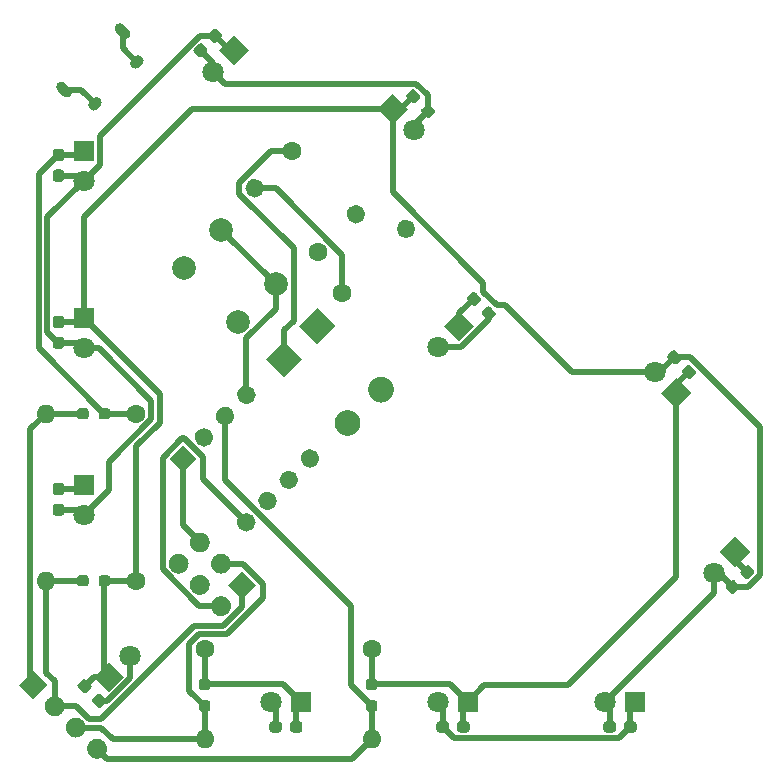
<source format=gtl>
G04 #@! TF.GenerationSoftware,KiCad,Pcbnew,5.1.7-a382d34a88~90~ubuntu20.04.1*
G04 #@! TF.CreationDate,2022-01-21T18:01:13-05:00*
G04 #@! TF.ProjectId,cr2022012001-12-leds-board,63723230-3232-4303-9132-3030312d3132,rev?*
G04 #@! TF.SameCoordinates,Original*
G04 #@! TF.FileFunction,Copper,L1,Top*
G04 #@! TF.FilePolarity,Positive*
%FSLAX46Y46*%
G04 Gerber Fmt 4.6, Leading zero omitted, Abs format (unit mm)*
G04 Created by KiCad (PCBNEW 5.1.7-a382d34a88~90~ubuntu20.04.1) date 2022-01-21 18:01:13*
%MOMM*%
%LPD*%
G01*
G04 APERTURE LIST*
G04 #@! TA.AperFunction,ComponentPad*
%ADD10C,0.100000*%
G04 #@! TD*
G04 #@! TA.AperFunction,ComponentPad*
%ADD11C,2.000000*%
G04 #@! TD*
G04 #@! TA.AperFunction,ComponentPad*
%ADD12C,1.600000*%
G04 #@! TD*
G04 #@! TA.AperFunction,ComponentPad*
%ADD13O,1.600000X1.600000*%
G04 #@! TD*
G04 #@! TA.AperFunction,ComponentPad*
%ADD14C,1.800000*%
G04 #@! TD*
G04 #@! TA.AperFunction,ComponentPad*
%ADD15R,1.800000X1.800000*%
G04 #@! TD*
G04 #@! TA.AperFunction,Conductor*
%ADD16C,0.508000*%
G04 #@! TD*
G04 APERTURE END LIST*
G04 #@! TA.AperFunction,ComponentPad*
G36*
G01*
X159492981Y-37610932D02*
X159026291Y-37144242D01*
G75*
G02*
X159026291Y-36514916I314663J314663D01*
G01*
X159026291Y-36514916D01*
G75*
G02*
X159655617Y-36514916I314663J-314663D01*
G01*
X160122307Y-36981606D01*
G75*
G02*
X160122307Y-37610932I-314663J-314663D01*
G01*
X160122307Y-37610932D01*
G75*
G02*
X159492981Y-37610932I-314663J314663D01*
G01*
G37*
G04 #@! TD.AperFunction*
G04 #@! TA.AperFunction,ComponentPad*
G36*
G01*
X154543233Y-42560680D02*
X154076543Y-42093990D01*
G75*
G02*
X154076543Y-41464664I314663J314663D01*
G01*
X154076543Y-41464664D01*
G75*
G02*
X154705869Y-41464664I314663J-314663D01*
G01*
X155172559Y-41931354D01*
G75*
G02*
X155172559Y-42560680I-314663J-314663D01*
G01*
X155172559Y-42560680D01*
G75*
G02*
X154543233Y-42560680I-314663J314663D01*
G01*
G37*
G04 #@! TD.AperFunction*
G04 #@! TA.AperFunction,ComponentPad*
G36*
G01*
X160334438Y-40121162D02*
X160334438Y-40121162D01*
G75*
G02*
X160334438Y-39449410I335876J335876D01*
G01*
X160546570Y-39237278D01*
G75*
G02*
X161218322Y-39237278I335876J-335876D01*
G01*
X161218322Y-39237278D01*
G75*
G02*
X161218322Y-39909030I-335876J-335876D01*
G01*
X161006190Y-40121162D01*
G75*
G02*
X160334438Y-40121162I-335876J335876D01*
G01*
G37*
G04 #@! TD.AperFunction*
G04 #@! TA.AperFunction,ComponentPad*
G36*
G01*
X156798905Y-43656695D02*
X156798905Y-43656695D01*
G75*
G02*
X156798905Y-42984943I335876J335876D01*
G01*
X157011037Y-42772811D01*
G75*
G02*
X157682789Y-42772811I335876J-335876D01*
G01*
X157682789Y-42772811D01*
G75*
G02*
X157682789Y-43444563I-335876J-335876D01*
G01*
X157470657Y-43656695D01*
G75*
G02*
X156798905Y-43656695I-335876J335876D01*
G01*
G37*
G04 #@! TD.AperFunction*
G04 #@! TA.AperFunction,SMDPad,CuDef*
G36*
G01*
X180423665Y-93717821D02*
X180898665Y-93717821D01*
G75*
G02*
X181136165Y-93955321I0J-237500D01*
G01*
X181136165Y-94455321D01*
G75*
G02*
X180898665Y-94692821I-237500J0D01*
G01*
X180423665Y-94692821D01*
G75*
G02*
X180186165Y-94455321I0J237500D01*
G01*
X180186165Y-93955321D01*
G75*
G02*
X180423665Y-93717821I237500J0D01*
G01*
G37*
G04 #@! TD.AperFunction*
G04 #@! TA.AperFunction,SMDPad,CuDef*
G36*
G01*
X180423665Y-91892821D02*
X180898665Y-91892821D01*
G75*
G02*
X181136165Y-92130321I0J-237500D01*
G01*
X181136165Y-92630321D01*
G75*
G02*
X180898665Y-92867821I-237500J0D01*
G01*
X180423665Y-92867821D01*
G75*
G02*
X180186165Y-92630321I0J237500D01*
G01*
X180186165Y-92130321D01*
G75*
G02*
X180423665Y-91892821I237500J0D01*
G01*
G37*
G04 #@! TD.AperFunction*
G04 #@! TA.AperFunction,SMDPad,CuDef*
G36*
G01*
X166281530Y-93717821D02*
X166756530Y-93717821D01*
G75*
G02*
X166994030Y-93955321I0J-237500D01*
G01*
X166994030Y-94455321D01*
G75*
G02*
X166756530Y-94692821I-237500J0D01*
G01*
X166281530Y-94692821D01*
G75*
G02*
X166044030Y-94455321I0J237500D01*
G01*
X166044030Y-93955321D01*
G75*
G02*
X166281530Y-93717821I237500J0D01*
G01*
G37*
G04 #@! TD.AperFunction*
G04 #@! TA.AperFunction,SMDPad,CuDef*
G36*
G01*
X166281530Y-91892821D02*
X166756530Y-91892821D01*
G75*
G02*
X166994030Y-92130321I0J-237500D01*
G01*
X166994030Y-92630321D01*
G75*
G02*
X166756530Y-92867821I-237500J0D01*
G01*
X166281530Y-92867821D01*
G75*
G02*
X166044030Y-92630321I0J237500D01*
G01*
X166044030Y-92130321D01*
G75*
G02*
X166281530Y-91892821I237500J0D01*
G01*
G37*
G04 #@! TD.AperFunction*
G04 #@! TA.AperFunction,SMDPad,CuDef*
G36*
G01*
X156696248Y-83361219D02*
X156696248Y-83836219D01*
G75*
G02*
X156458748Y-84073719I-237500J0D01*
G01*
X155958748Y-84073719D01*
G75*
G02*
X155721248Y-83836219I0J237500D01*
G01*
X155721248Y-83361219D01*
G75*
G02*
X155958748Y-83123719I237500J0D01*
G01*
X156458748Y-83123719D01*
G75*
G02*
X156696248Y-83361219I0J-237500D01*
G01*
G37*
G04 #@! TD.AperFunction*
G04 #@! TA.AperFunction,SMDPad,CuDef*
G36*
G01*
X158521248Y-83361219D02*
X158521248Y-83836219D01*
G75*
G02*
X158283748Y-84073719I-237500J0D01*
G01*
X157783748Y-84073719D01*
G75*
G02*
X157546248Y-83836219I0J237500D01*
G01*
X157546248Y-83361219D01*
G75*
G02*
X157783748Y-83123719I237500J0D01*
G01*
X158283748Y-83123719D01*
G75*
G02*
X158521248Y-83361219I0J-237500D01*
G01*
G37*
G04 #@! TD.AperFunction*
G04 #@! TA.AperFunction,SMDPad,CuDef*
G36*
G01*
X156696248Y-69219084D02*
X156696248Y-69694084D01*
G75*
G02*
X156458748Y-69931584I-237500J0D01*
G01*
X155958748Y-69931584D01*
G75*
G02*
X155721248Y-69694084I0J237500D01*
G01*
X155721248Y-69219084D01*
G75*
G02*
X155958748Y-68981584I237500J0D01*
G01*
X156458748Y-68981584D01*
G75*
G02*
X156696248Y-69219084I0J-237500D01*
G01*
G37*
G04 #@! TD.AperFunction*
G04 #@! TA.AperFunction,SMDPad,CuDef*
G36*
G01*
X158521248Y-69219084D02*
X158521248Y-69694084D01*
G75*
G02*
X158283748Y-69931584I-237500J0D01*
G01*
X157783748Y-69931584D01*
G75*
G02*
X157546248Y-69694084I0J237500D01*
G01*
X157546248Y-69219084D01*
G75*
G02*
X157783748Y-68981584I237500J0D01*
G01*
X158283748Y-68981584D01*
G75*
G02*
X158521248Y-69219084I0J-237500D01*
G01*
G37*
G04 #@! TD.AperFunction*
G04 #@! TA.AperFunction,ComponentPad*
G36*
G01*
X163711815Y-82757263D02*
X163711815Y-82757263D01*
G75*
G02*
X163711815Y-81555181I601041J601041D01*
G01*
X163711815Y-81555181D01*
G75*
G02*
X164913897Y-81555181I601041J-601041D01*
G01*
X164913897Y-81555181D01*
G75*
G02*
X164913897Y-82757263I-601041J-601041D01*
G01*
X164913897Y-82757263D01*
G75*
G02*
X163711815Y-82757263I-601041J601041D01*
G01*
G37*
G04 #@! TD.AperFunction*
G04 #@! TA.AperFunction,ComponentPad*
G36*
G01*
X165507867Y-80961212D02*
X165507867Y-80961212D01*
G75*
G02*
X165507867Y-79759130I601041J601041D01*
G01*
X165507867Y-79759130D01*
G75*
G02*
X166709949Y-79759130I601041J-601041D01*
G01*
X166709949Y-79759130D01*
G75*
G02*
X166709949Y-80961212I-601041J-601041D01*
G01*
X166709949Y-80961212D01*
G75*
G02*
X165507867Y-80961212I-601041J601041D01*
G01*
G37*
G04 #@! TD.AperFunction*
G04 #@! TA.AperFunction,ComponentPad*
G36*
G01*
X165507867Y-84553314D02*
X165507867Y-84553314D01*
G75*
G02*
X165507867Y-83351232I601041J601041D01*
G01*
X165507867Y-83351232D01*
G75*
G02*
X166709949Y-83351232I601041J-601041D01*
G01*
X166709949Y-83351232D01*
G75*
G02*
X166709949Y-84553314I-601041J-601041D01*
G01*
X166709949Y-84553314D01*
G75*
G02*
X165507867Y-84553314I-601041J601041D01*
G01*
G37*
G04 #@! TD.AperFunction*
G04 #@! TA.AperFunction,ComponentPad*
G36*
G01*
X167303918Y-82757263D02*
X167303918Y-82757263D01*
G75*
G02*
X167303918Y-81555181I601041J601041D01*
G01*
X167303918Y-81555181D01*
G75*
G02*
X168506000Y-81555181I601041J-601041D01*
G01*
X168506000Y-81555181D01*
G75*
G02*
X168506000Y-82757263I-601041J-601041D01*
G01*
X168506000Y-82757263D01*
G75*
G02*
X167303918Y-82757263I-601041J601041D01*
G01*
G37*
G04 #@! TD.AperFunction*
G04 #@! TA.AperFunction,ComponentPad*
G36*
G01*
X167303918Y-86349365D02*
X167303918Y-86349365D01*
G75*
G02*
X167303918Y-85147283I601041J601041D01*
G01*
X167303918Y-85147283D01*
G75*
G02*
X168506000Y-85147283I601041J-601041D01*
G01*
X168506000Y-85147283D01*
G75*
G02*
X168506000Y-86349365I-601041J-601041D01*
G01*
X168506000Y-86349365D01*
G75*
G02*
X167303918Y-86349365I-601041J601041D01*
G01*
G37*
G04 #@! TD.AperFunction*
G04 #@! TA.AperFunction,ComponentPad*
D10*
G36*
X169701010Y-85154355D02*
G01*
X168498928Y-83952273D01*
X169701010Y-82750191D01*
X170903092Y-83952273D01*
X169701010Y-85154355D01*
G37*
G04 #@! TD.AperFunction*
G04 #@! TA.AperFunction,ComponentPad*
G36*
G01*
X177846881Y-69470727D02*
X177846881Y-69470727D01*
G75*
G02*
X179402515Y-69470727I777817J-777817D01*
G01*
X179402515Y-69470727D01*
G75*
G02*
X179402515Y-71026361I-777817J-777817D01*
G01*
X179402515Y-71026361D01*
G75*
G02*
X177846881Y-71026361I-777817J777817D01*
G01*
X177846881Y-71026361D01*
G75*
G02*
X177846881Y-69470727I777817J777817D01*
G01*
G37*
G04 #@! TD.AperFunction*
G04 #@! TA.AperFunction,ComponentPad*
G36*
X171680909Y-64860390D02*
G01*
X173236544Y-63304755D01*
X174792179Y-64860390D01*
X173236544Y-66416025D01*
X171680909Y-64860390D01*
G37*
G04 #@! TD.AperFunction*
G04 #@! TA.AperFunction,ComponentPad*
G36*
G01*
X180675308Y-66642300D02*
X180675308Y-66642300D01*
G75*
G02*
X182230942Y-66642300I777817J-777817D01*
G01*
X182230942Y-66642300D01*
G75*
G02*
X182230942Y-68197934I-777817J-777817D01*
G01*
X182230942Y-68197934D01*
G75*
G02*
X180675308Y-68197934I-777817J777817D01*
G01*
X180675308Y-68197934D01*
G75*
G02*
X180675308Y-66642300I777817J777817D01*
G01*
G37*
G04 #@! TD.AperFunction*
G04 #@! TA.AperFunction,ComponentPad*
G36*
X174509336Y-62031963D02*
G01*
X176064971Y-60476328D01*
X177620606Y-62031963D01*
X176064971Y-63587598D01*
X174509336Y-62031963D01*
G37*
G04 #@! TD.AperFunction*
G04 #@! TA.AperFunction,ComponentPad*
G36*
G01*
X169488879Y-78083287D02*
X169488879Y-78083287D01*
G75*
G02*
X170620249Y-78083287I565685J-565685D01*
G01*
X170620249Y-78083287D01*
G75*
G02*
X170620249Y-79214657I-565685J-565685D01*
G01*
X170620249Y-79214657D01*
G75*
G02*
X169488879Y-79214657I-565685J565685D01*
G01*
X169488879Y-79214657D01*
G75*
G02*
X169488879Y-78083287I565685J565685D01*
G01*
G37*
G04 #@! TD.AperFunction*
G04 #@! TA.AperFunction,ComponentPad*
G36*
G01*
X169488879Y-67306979D02*
X169488879Y-67306979D01*
G75*
G02*
X170620249Y-67306979I565685J-565685D01*
G01*
X170620249Y-67306979D01*
G75*
G02*
X170620249Y-68438349I-565685J-565685D01*
G01*
X170620249Y-68438349D01*
G75*
G02*
X169488879Y-68438349I-565685J565685D01*
G01*
X169488879Y-68438349D01*
G75*
G02*
X169488879Y-67306979I565685J565685D01*
G01*
G37*
G04 #@! TD.AperFunction*
G04 #@! TA.AperFunction,ComponentPad*
G36*
G01*
X171284930Y-76287235D02*
X171284930Y-76287235D01*
G75*
G02*
X172416300Y-76287235I565685J-565685D01*
G01*
X172416300Y-76287235D01*
G75*
G02*
X172416300Y-77418605I-565685J-565685D01*
G01*
X172416300Y-77418605D01*
G75*
G02*
X171284930Y-77418605I-565685J565685D01*
G01*
X171284930Y-77418605D01*
G75*
G02*
X171284930Y-76287235I565685J565685D01*
G01*
G37*
G04 #@! TD.AperFunction*
G04 #@! TA.AperFunction,ComponentPad*
G36*
G01*
X167692827Y-69103031D02*
X167692827Y-69103031D01*
G75*
G02*
X168824197Y-69103031I565685J-565685D01*
G01*
X168824197Y-69103031D01*
G75*
G02*
X168824197Y-70234401I-565685J-565685D01*
G01*
X168824197Y-70234401D01*
G75*
G02*
X167692827Y-70234401I-565685J565685D01*
G01*
X167692827Y-70234401D01*
G75*
G02*
X167692827Y-69103031I565685J565685D01*
G01*
G37*
G04 #@! TD.AperFunction*
G04 #@! TA.AperFunction,ComponentPad*
G36*
G01*
X173080981Y-74491184D02*
X173080981Y-74491184D01*
G75*
G02*
X174212351Y-74491184I565685J-565685D01*
G01*
X174212351Y-74491184D01*
G75*
G02*
X174212351Y-75622554I-565685J-565685D01*
G01*
X174212351Y-75622554D01*
G75*
G02*
X173080981Y-75622554I-565685J565685D01*
G01*
X173080981Y-75622554D01*
G75*
G02*
X173080981Y-74491184I565685J565685D01*
G01*
G37*
G04 #@! TD.AperFunction*
G04 #@! TA.AperFunction,ComponentPad*
G36*
G01*
X165896776Y-70899082D02*
X165896776Y-70899082D01*
G75*
G02*
X167028146Y-70899082I565685J-565685D01*
G01*
X167028146Y-70899082D01*
G75*
G02*
X167028146Y-72030452I-565685J-565685D01*
G01*
X167028146Y-72030452D01*
G75*
G02*
X165896776Y-72030452I-565685J565685D01*
G01*
X165896776Y-72030452D01*
G75*
G02*
X165896776Y-70899082I565685J565685D01*
G01*
G37*
G04 #@! TD.AperFunction*
G04 #@! TA.AperFunction,ComponentPad*
G36*
G01*
X174877032Y-72695133D02*
X174877032Y-72695133D01*
G75*
G02*
X176008402Y-72695133I565685J-565685D01*
G01*
X176008402Y-72695133D01*
G75*
G02*
X176008402Y-73826503I-565685J-565685D01*
G01*
X176008402Y-73826503D01*
G75*
G02*
X174877032Y-73826503I-565685J565685D01*
G01*
X174877032Y-73826503D01*
G75*
G02*
X174877032Y-72695133I565685J565685D01*
G01*
G37*
G04 #@! TD.AperFunction*
G04 #@! TA.AperFunction,ComponentPad*
G36*
X163535039Y-73260818D02*
G01*
X164666410Y-72129447D01*
X165797781Y-73260818D01*
X164666410Y-74392189D01*
X163535039Y-73260818D01*
G37*
G04 #@! TD.AperFunction*
D11*
X167933243Y-53900235D03*
X164751262Y-57082215D03*
X172529437Y-58496429D03*
X169347456Y-61678410D03*
G04 #@! TA.AperFunction,ComponentPad*
G36*
G01*
X178766120Y-52005189D02*
X178766120Y-52005189D01*
G75*
G02*
X179897490Y-52005189I565685J-565685D01*
G01*
X179897490Y-52005189D01*
G75*
G02*
X179897490Y-53136559I-565685J-565685D01*
G01*
X179897490Y-53136559D01*
G75*
G02*
X178766120Y-53136559I-565685J565685D01*
G01*
X178766120Y-53136559D01*
G75*
G02*
X178766120Y-52005189I565685J565685D01*
G01*
G37*
G04 #@! TD.AperFunction*
D12*
X173943651Y-47182720D03*
G04 #@! TA.AperFunction,ComponentPad*
G36*
G01*
X171327355Y-50930385D02*
X171327355Y-50930385D01*
G75*
G02*
X170195985Y-50930385I-565685J565685D01*
G01*
X170195985Y-50930385D01*
G75*
G02*
X170195985Y-49799015I565685J565685D01*
G01*
X170195985Y-49799015D01*
G75*
G02*
X171327355Y-49799015I565685J-565685D01*
G01*
X171327355Y-49799015D01*
G75*
G02*
X171327355Y-50930385I-565685J-565685D01*
G01*
G37*
G04 #@! TD.AperFunction*
X176149824Y-55752854D03*
G04 #@! TA.AperFunction,ComponentPad*
G36*
G01*
X183008761Y-54381066D02*
X183008761Y-54381066D01*
G75*
G02*
X183008761Y-53249696I565685J565685D01*
G01*
X183008761Y-53249696D01*
G75*
G02*
X184140131Y-53249696I565685J-565685D01*
G01*
X184140131Y-53249696D01*
G75*
G02*
X184140131Y-54381066I-565685J-565685D01*
G01*
X184140131Y-54381066D01*
G75*
G02*
X183008761Y-54381066I-565685J565685D01*
G01*
G37*
G04 #@! TD.AperFunction*
X178186292Y-59203535D03*
D13*
X180661165Y-97033748D03*
D12*
X180661165Y-89413748D03*
D13*
X166519030Y-97033748D03*
D12*
X166519030Y-89413748D03*
D13*
X153084001Y-83598719D03*
D12*
X160704001Y-83598719D03*
D13*
X153084001Y-69456584D03*
D12*
X160704001Y-69456584D03*
G04 #@! TA.AperFunction,ComponentPad*
G36*
G01*
X156810454Y-98426749D02*
X156810454Y-98426749D01*
G75*
G02*
X156810454Y-97224667I601041J601041D01*
G01*
X156810454Y-97224667D01*
G75*
G02*
X158012536Y-97224667I601041J-601041D01*
G01*
X158012536Y-97224667D01*
G75*
G02*
X158012536Y-98426749I-601041J-601041D01*
G01*
X158012536Y-98426749D01*
G75*
G02*
X156810454Y-98426749I-601041J601041D01*
G01*
G37*
G04 #@! TD.AperFunction*
G04 #@! TA.AperFunction,ComponentPad*
G36*
G01*
X155014402Y-96630697D02*
X155014402Y-96630697D01*
G75*
G02*
X155014402Y-95428615I601041J601041D01*
G01*
X155014402Y-95428615D01*
G75*
G02*
X156216484Y-95428615I601041J-601041D01*
G01*
X156216484Y-95428615D01*
G75*
G02*
X156216484Y-96630697I-601041J-601041D01*
G01*
X156216484Y-96630697D01*
G75*
G02*
X155014402Y-96630697I-601041J601041D01*
G01*
G37*
G04 #@! TD.AperFunction*
G04 #@! TA.AperFunction,ComponentPad*
G36*
G01*
X153218351Y-94834646D02*
X153218351Y-94834646D01*
G75*
G02*
X153218351Y-93632564I601041J601041D01*
G01*
X153218351Y-93632564D01*
G75*
G02*
X154420433Y-93632564I601041J-601041D01*
G01*
X154420433Y-93632564D01*
G75*
G02*
X154420433Y-94834646I-601041J-601041D01*
G01*
X154420433Y-94834646D01*
G75*
G02*
X153218351Y-94834646I-601041J601041D01*
G01*
G37*
G04 #@! TD.AperFunction*
G04 #@! TA.AperFunction,ComponentPad*
D10*
G36*
X152023341Y-93639636D02*
G01*
X150821259Y-92437554D01*
X152023341Y-91235472D01*
X153225423Y-92437554D01*
X152023341Y-93639636D01*
G37*
G04 #@! TD.AperFunction*
G04 #@! TA.AperFunction,SMDPad,CuDef*
G36*
G01*
X153907161Y-77063312D02*
X154382161Y-77063312D01*
G75*
G02*
X154619661Y-77300812I0J-237500D01*
G01*
X154619661Y-77875812D01*
G75*
G02*
X154382161Y-78113312I-237500J0D01*
G01*
X153907161Y-78113312D01*
G75*
G02*
X153669661Y-77875812I0J237500D01*
G01*
X153669661Y-77300812D01*
G75*
G02*
X153907161Y-77063312I237500J0D01*
G01*
G37*
G04 #@! TD.AperFunction*
G04 #@! TA.AperFunction,SMDPad,CuDef*
G36*
G01*
X153907161Y-75313312D02*
X154382161Y-75313312D01*
G75*
G02*
X154619661Y-75550812I0J-237500D01*
G01*
X154619661Y-76125812D01*
G75*
G02*
X154382161Y-76363312I-237500J0D01*
G01*
X153907161Y-76363312D01*
G75*
G02*
X153669661Y-76125812I0J237500D01*
G01*
X153669661Y-75550812D01*
G75*
G02*
X153907161Y-75313312I237500J0D01*
G01*
G37*
G04 #@! TD.AperFunction*
G04 #@! TA.AperFunction,SMDPad,CuDef*
G36*
G01*
X153907161Y-62921177D02*
X154382161Y-62921177D01*
G75*
G02*
X154619661Y-63158677I0J-237500D01*
G01*
X154619661Y-63733677D01*
G75*
G02*
X154382161Y-63971177I-237500J0D01*
G01*
X153907161Y-63971177D01*
G75*
G02*
X153669661Y-63733677I0J237500D01*
G01*
X153669661Y-63158677D01*
G75*
G02*
X153907161Y-62921177I237500J0D01*
G01*
G37*
G04 #@! TD.AperFunction*
G04 #@! TA.AperFunction,SMDPad,CuDef*
G36*
G01*
X153907161Y-61171177D02*
X154382161Y-61171177D01*
G75*
G02*
X154619661Y-61408677I0J-237500D01*
G01*
X154619661Y-61983677D01*
G75*
G02*
X154382161Y-62221177I-237500J0D01*
G01*
X153907161Y-62221177D01*
G75*
G02*
X153669661Y-61983677I0J237500D01*
G01*
X153669661Y-61408677D01*
G75*
G02*
X153907161Y-61171177I237500J0D01*
G01*
G37*
G04 #@! TD.AperFunction*
G04 #@! TA.AperFunction,SMDPad,CuDef*
G36*
G01*
X153907161Y-48779041D02*
X154382161Y-48779041D01*
G75*
G02*
X154619661Y-49016541I0J-237500D01*
G01*
X154619661Y-49591541D01*
G75*
G02*
X154382161Y-49829041I-237500J0D01*
G01*
X153907161Y-49829041D01*
G75*
G02*
X153669661Y-49591541I0J237500D01*
G01*
X153669661Y-49016541D01*
G75*
G02*
X153907161Y-48779041I237500J0D01*
G01*
G37*
G04 #@! TD.AperFunction*
G04 #@! TA.AperFunction,SMDPad,CuDef*
G36*
G01*
X153907161Y-47029041D02*
X154382161Y-47029041D01*
G75*
G02*
X154619661Y-47266541I0J-237500D01*
G01*
X154619661Y-47841541D01*
G75*
G02*
X154382161Y-48079041I-237500J0D01*
G01*
X153907161Y-48079041D01*
G75*
G02*
X153669661Y-47841541I0J237500D01*
G01*
X153669661Y-47266541D01*
G75*
G02*
X153907161Y-47029041I237500J0D01*
G01*
G37*
G04 #@! TD.AperFunction*
D14*
X156265981Y-78006991D03*
D15*
X156265981Y-75466991D03*
D14*
X156265981Y-63864856D03*
D15*
X156265981Y-61324856D03*
D14*
X156265981Y-49722720D03*
D15*
X156265981Y-47182720D03*
G04 #@! TA.AperFunction,SMDPad,CuDef*
G36*
G01*
X166368770Y-38158269D02*
X166704646Y-38494145D01*
G75*
G02*
X166704646Y-38830021I-167938J-167938D01*
G01*
X166298060Y-39236607D01*
G75*
G02*
X165962184Y-39236607I-167938J167938D01*
G01*
X165626308Y-38900731D01*
G75*
G02*
X165626308Y-38564855I167938J167938D01*
G01*
X166032894Y-38158269D01*
G75*
G02*
X166368770Y-38158269I167938J-167938D01*
G01*
G37*
G04 #@! TD.AperFunction*
G04 #@! TA.AperFunction,SMDPad,CuDef*
G36*
G01*
X167606206Y-36920833D02*
X167942082Y-37256709D01*
G75*
G02*
X167942082Y-37592585I-167938J-167938D01*
G01*
X167535496Y-37999171D01*
G75*
G02*
X167199620Y-37999171I-167938J167938D01*
G01*
X166863744Y-37663295D01*
G75*
G02*
X166863744Y-37327419I167938J167938D01*
G01*
X167270330Y-36920833D01*
G75*
G02*
X167606206Y-36920833I167938J-167938D01*
G01*
G37*
G04 #@! TD.AperFunction*
G04 #@! TA.AperFunction,SMDPad,CuDef*
G36*
G01*
X184894967Y-43620670D02*
X185230843Y-43284794D01*
G75*
G02*
X185566719Y-43284794I167938J-167938D01*
G01*
X185973305Y-43691380D01*
G75*
G02*
X185973305Y-44027256I-167938J-167938D01*
G01*
X185637429Y-44363132D01*
G75*
G02*
X185301553Y-44363132I-167938J167938D01*
G01*
X184894967Y-43956546D01*
G75*
G02*
X184894967Y-43620670I167938J167938D01*
G01*
G37*
G04 #@! TD.AperFunction*
G04 #@! TA.AperFunction,SMDPad,CuDef*
G36*
G01*
X183657531Y-42383234D02*
X183993407Y-42047358D01*
G75*
G02*
X184329283Y-42047358I167938J-167938D01*
G01*
X184735869Y-42453944D01*
G75*
G02*
X184735869Y-42789820I-167938J-167938D01*
G01*
X184399993Y-43125696D01*
G75*
G02*
X184064117Y-43125696I-167938J167938D01*
G01*
X183657531Y-42719110D01*
G75*
G02*
X183657531Y-42383234I167938J167938D01*
G01*
G37*
G04 #@! TD.AperFunction*
G04 #@! TA.AperFunction,SMDPad,CuDef*
G36*
G01*
X190021491Y-60768009D02*
X190357367Y-60432133D01*
G75*
G02*
X190693243Y-60432133I167938J-167938D01*
G01*
X191099829Y-60838719D01*
G75*
G02*
X191099829Y-61174595I-167938J-167938D01*
G01*
X190763953Y-61510471D01*
G75*
G02*
X190428077Y-61510471I-167938J167938D01*
G01*
X190021491Y-61103885D01*
G75*
G02*
X190021491Y-60768009I167938J167938D01*
G01*
G37*
G04 #@! TD.AperFunction*
G04 #@! TA.AperFunction,SMDPad,CuDef*
G36*
G01*
X188784055Y-59530573D02*
X189119931Y-59194697D01*
G75*
G02*
X189455807Y-59194697I167938J-167938D01*
G01*
X189862393Y-59601283D01*
G75*
G02*
X189862393Y-59937159I-167938J-167938D01*
G01*
X189526517Y-60273035D01*
G75*
G02*
X189190641Y-60273035I-167938J167938D01*
G01*
X188784055Y-59866449D01*
G75*
G02*
X188784055Y-59530573I167938J167938D01*
G01*
G37*
G04 #@! TD.AperFunction*
D14*
X167197852Y-40493490D03*
G04 #@! TA.AperFunction,ComponentPad*
D10*
G36*
X168993903Y-37424647D02*
G01*
X170266695Y-38697439D01*
X168993903Y-39970231D01*
X167721111Y-38697439D01*
X168993903Y-37424647D01*
G37*
G04 #@! TD.AperFunction*
D14*
X184224983Y-45443237D03*
G04 #@! TA.AperFunction,ComponentPad*
D10*
G36*
X181156140Y-43647186D02*
G01*
X182428932Y-42374394D01*
X183701724Y-43647186D01*
X182428932Y-44919978D01*
X181156140Y-43647186D01*
G37*
G04 #@! TD.AperFunction*
D14*
X186289735Y-63828014D03*
G04 #@! TA.AperFunction,ComponentPad*
D10*
G36*
X188085786Y-60759171D02*
G01*
X189358578Y-62031963D01*
X188085786Y-63304755D01*
X186812994Y-62031963D01*
X188085786Y-60759171D01*
G37*
G04 #@! TD.AperFunction*
G04 #@! TA.AperFunction,SMDPad,CuDef*
G36*
G01*
X206832955Y-64886906D02*
X206497079Y-65222782D01*
G75*
G02*
X206161203Y-65222782I-167938J167938D01*
G01*
X205754617Y-64816196D01*
G75*
G02*
X205754617Y-64480320I167938J167938D01*
G01*
X206090493Y-64144444D01*
G75*
G02*
X206426369Y-64144444I167938J-167938D01*
G01*
X206832955Y-64551030D01*
G75*
G02*
X206832955Y-64886906I-167938J-167938D01*
G01*
G37*
G04 #@! TD.AperFunction*
G04 #@! TA.AperFunction,SMDPad,CuDef*
G36*
G01*
X208070391Y-66124342D02*
X207734515Y-66460218D01*
G75*
G02*
X207398639Y-66460218I-167938J167938D01*
G01*
X206992053Y-66053632D01*
G75*
G02*
X206992053Y-65717756I167938J167938D01*
G01*
X207327929Y-65381880D01*
G75*
G02*
X207663805Y-65381880I167938J-167938D01*
G01*
X208070391Y-65788466D01*
G75*
G02*
X208070391Y-66124342I-167938J-167938D01*
G01*
G37*
G04 #@! TD.AperFunction*
G04 #@! TA.AperFunction,SMDPad,CuDef*
G36*
G01*
X211446827Y-83589880D02*
X211782703Y-83925756D01*
G75*
G02*
X211782703Y-84261632I-167938J-167938D01*
G01*
X211376117Y-84668218D01*
G75*
G02*
X211040241Y-84668218I-167938J167938D01*
G01*
X210704365Y-84332342D01*
G75*
G02*
X210704365Y-83996466I167938J167938D01*
G01*
X211110951Y-83589880D01*
G75*
G02*
X211446827Y-83589880I167938J-167938D01*
G01*
G37*
G04 #@! TD.AperFunction*
G04 #@! TA.AperFunction,SMDPad,CuDef*
G36*
G01*
X212684263Y-82352444D02*
X213020139Y-82688320D01*
G75*
G02*
X213020139Y-83024196I-167938J-167938D01*
G01*
X212613553Y-83430782D01*
G75*
G02*
X212277677Y-83430782I-167938J167938D01*
G01*
X211941801Y-83094906D01*
G75*
G02*
X211941801Y-82759030I167938J167938D01*
G01*
X212348387Y-82352444D01*
G75*
G02*
X212684263Y-82352444I167938J-167938D01*
G01*
G37*
G04 #@! TD.AperFunction*
G04 #@! TA.AperFunction,SMDPad,CuDef*
G36*
G01*
X201338708Y-95735588D02*
X201338708Y-96210588D01*
G75*
G02*
X201101208Y-96448088I-237500J0D01*
G01*
X200526208Y-96448088D01*
G75*
G02*
X200288708Y-96210588I0J237500D01*
G01*
X200288708Y-95735588D01*
G75*
G02*
X200526208Y-95498088I237500J0D01*
G01*
X201101208Y-95498088D01*
G75*
G02*
X201338708Y-95735588I0J-237500D01*
G01*
G37*
G04 #@! TD.AperFunction*
G04 #@! TA.AperFunction,SMDPad,CuDef*
G36*
G01*
X203088708Y-95735588D02*
X203088708Y-96210588D01*
G75*
G02*
X202851208Y-96448088I-237500J0D01*
G01*
X202276208Y-96448088D01*
G75*
G02*
X202038708Y-96210588I0J237500D01*
G01*
X202038708Y-95735588D01*
G75*
G02*
X202276208Y-95498088I237500J0D01*
G01*
X202851208Y-95498088D01*
G75*
G02*
X203088708Y-95735588I0J-237500D01*
G01*
G37*
G04 #@! TD.AperFunction*
D14*
X204674512Y-65892766D03*
G04 #@! TA.AperFunction,ComponentPad*
D10*
G36*
X207743355Y-67688817D02*
G01*
X206470563Y-68961609D01*
X205197771Y-67688817D01*
X206470563Y-66416025D01*
X207743355Y-67688817D01*
G37*
G04 #@! TD.AperFunction*
D14*
X209624259Y-82919897D03*
G04 #@! TA.AperFunction,ComponentPad*
D10*
G36*
X211420310Y-79851054D02*
G01*
X212693102Y-81123846D01*
X211420310Y-82396638D01*
X210147518Y-81123846D01*
X211420310Y-79851054D01*
G37*
G04 #@! TD.AperFunction*
D14*
X200395029Y-93851768D03*
D15*
X202935029Y-93851768D03*
G04 #@! TA.AperFunction,SMDPad,CuDef*
G36*
G01*
X187196572Y-95735588D02*
X187196572Y-96210588D01*
G75*
G02*
X186959072Y-96448088I-237500J0D01*
G01*
X186384072Y-96448088D01*
G75*
G02*
X186146572Y-96210588I0J237500D01*
G01*
X186146572Y-95735588D01*
G75*
G02*
X186384072Y-95498088I237500J0D01*
G01*
X186959072Y-95498088D01*
G75*
G02*
X187196572Y-95735588I0J-237500D01*
G01*
G37*
G04 #@! TD.AperFunction*
G04 #@! TA.AperFunction,SMDPad,CuDef*
G36*
G01*
X188946572Y-95735588D02*
X188946572Y-96210588D01*
G75*
G02*
X188709072Y-96448088I-237500J0D01*
G01*
X188134072Y-96448088D01*
G75*
G02*
X187896572Y-96210588I0J237500D01*
G01*
X187896572Y-95735588D01*
G75*
G02*
X188134072Y-95498088I237500J0D01*
G01*
X188709072Y-95498088D01*
G75*
G02*
X188946572Y-95735588I0J-237500D01*
G01*
G37*
G04 #@! TD.AperFunction*
G04 #@! TA.AperFunction,SMDPad,CuDef*
G36*
G01*
X173054437Y-95735588D02*
X173054437Y-96210588D01*
G75*
G02*
X172816937Y-96448088I-237500J0D01*
G01*
X172241937Y-96448088D01*
G75*
G02*
X172004437Y-96210588I0J237500D01*
G01*
X172004437Y-95735588D01*
G75*
G02*
X172241937Y-95498088I237500J0D01*
G01*
X172816937Y-95498088D01*
G75*
G02*
X173054437Y-95735588I0J-237500D01*
G01*
G37*
G04 #@! TD.AperFunction*
G04 #@! TA.AperFunction,SMDPad,CuDef*
G36*
G01*
X174804437Y-95735588D02*
X174804437Y-96210588D01*
G75*
G02*
X174566937Y-96448088I-237500J0D01*
G01*
X173991937Y-96448088D01*
G75*
G02*
X173754437Y-96210588I0J237500D01*
G01*
X173754437Y-95735588D01*
G75*
G02*
X173991937Y-95498088I237500J0D01*
G01*
X174566937Y-95498088D01*
G75*
G02*
X174804437Y-95735588I0J-237500D01*
G01*
G37*
G04 #@! TD.AperFunction*
G04 #@! TA.AperFunction,SMDPad,CuDef*
G36*
G01*
X157052637Y-93560086D02*
X157388513Y-93224210D01*
G75*
G02*
X157724389Y-93224210I167938J-167938D01*
G01*
X158130975Y-93630796D01*
G75*
G02*
X158130975Y-93966672I-167938J-167938D01*
G01*
X157795099Y-94302548D01*
G75*
G02*
X157459223Y-94302548I-167938J167938D01*
G01*
X157052637Y-93895962D01*
G75*
G02*
X157052637Y-93560086I167938J167938D01*
G01*
G37*
G04 #@! TD.AperFunction*
G04 #@! TA.AperFunction,SMDPad,CuDef*
G36*
G01*
X155815201Y-92322650D02*
X156151077Y-91986774D01*
G75*
G02*
X156486953Y-91986774I167938J-167938D01*
G01*
X156893539Y-92393360D01*
G75*
G02*
X156893539Y-92729236I-167938J-167938D01*
G01*
X156557663Y-93065112D01*
G75*
G02*
X156221787Y-93065112I-167938J167938D01*
G01*
X155815201Y-92658526D01*
G75*
G02*
X155815201Y-92322650I167938J167938D01*
G01*
G37*
G04 #@! TD.AperFunction*
D14*
X186252893Y-93851768D03*
D15*
X188792893Y-93851768D03*
D14*
X172110758Y-93851768D03*
D15*
X174650758Y-93851768D03*
D14*
X160183353Y-89934396D03*
G04 #@! TA.AperFunction,ComponentPad*
D10*
G36*
X158387302Y-93003239D02*
G01*
X157114510Y-91730447D01*
X158387302Y-90457655D01*
X159660094Y-91730447D01*
X158387302Y-93003239D01*
G37*
G04 #@! TD.AperFunction*
D16*
X172529437Y-58496429D02*
X167933243Y-53900235D01*
X170054564Y-63027570D02*
X170054564Y-67872665D01*
X172529437Y-60552697D02*
X170054564Y-63027570D01*
X172529437Y-58496429D02*
X172529437Y-60552697D01*
X166060823Y-85748324D02*
X167904959Y-85748324D01*
X162957190Y-82644691D02*
X166060823Y-85748324D01*
X162957190Y-73196613D02*
X162957190Y-82644691D01*
X164602205Y-71551598D02*
X162957190Y-73196613D01*
X164775867Y-71551598D02*
X164602205Y-71551598D01*
X166375630Y-73151361D02*
X164775867Y-71551598D01*
X166375630Y-74970038D02*
X166375630Y-73151361D01*
X170054564Y-78648972D02*
X166375630Y-74970038D01*
X155894660Y-47554042D02*
X154144661Y-47554042D01*
X156265981Y-47182720D02*
X155894660Y-47554042D01*
X158033748Y-69456584D02*
X160704001Y-69456584D01*
X160183353Y-91849243D02*
X160183353Y-89934396D01*
X172529437Y-94270447D02*
X172529437Y-95973088D01*
X172110758Y-93851768D02*
X172529437Y-94270447D01*
X186671573Y-94270447D02*
X186671573Y-95973088D01*
X186252894Y-93851768D02*
X186671573Y-94270447D01*
X202563707Y-94223089D02*
X202563707Y-95973088D01*
X202935029Y-93851768D02*
X202563707Y-94223089D01*
X188085786Y-60971302D02*
X188085786Y-62031963D01*
X189323223Y-59733866D02*
X188085786Y-60971302D01*
X201634696Y-96902099D02*
X202563707Y-95973088D01*
X187600584Y-96902099D02*
X201634696Y-96902099D01*
X186671573Y-95973088D02*
X187600584Y-96902099D01*
X152507640Y-63930476D02*
X158033748Y-69456584D01*
X152507640Y-49191063D02*
X152507640Y-63930476D01*
X154144661Y-47554042D02*
X152507640Y-49191063D01*
X158269216Y-93763379D02*
X160183353Y-91849243D01*
X157591806Y-93763379D02*
X158269216Y-93763379D01*
X155894660Y-61696177D02*
X154144661Y-61696177D01*
X156265981Y-61324856D02*
X155894660Y-61696177D01*
X157149865Y-91730447D02*
X158387302Y-91730447D01*
X200813708Y-94270447D02*
X200813708Y-95973088D01*
X200395029Y-93851768D02*
X200813708Y-94270447D01*
X210034381Y-82919897D02*
X209624259Y-82919897D01*
X211243534Y-84129049D02*
X210034381Y-82919897D01*
X205084633Y-65892766D02*
X204674512Y-65892766D01*
X206293786Y-64683613D02*
X205084633Y-65892766D01*
X183136039Y-43647186D02*
X182428932Y-43647186D01*
X184196699Y-42586526D02*
X183136039Y-43647186D01*
X173043651Y-43647186D02*
X182428932Y-43647186D01*
X156265981Y-61324856D02*
X156265981Y-60424856D01*
X209624259Y-84622538D02*
X209624259Y-82919897D01*
X200395029Y-93851768D02*
X209624259Y-84622538D01*
X197603444Y-65892766D02*
X204674512Y-65892766D01*
X191267767Y-60264196D02*
X191974874Y-60264196D01*
X190128514Y-59124943D02*
X191267767Y-60264196D01*
X190128514Y-58417836D02*
X190128514Y-59124943D01*
X182428932Y-50718254D02*
X190128514Y-58417836D01*
X191974874Y-60264196D02*
X197603444Y-65892766D01*
X182428932Y-43647186D02*
X182428932Y-50718254D01*
X158033748Y-91376894D02*
X158387302Y-91730447D01*
X158033748Y-83598719D02*
X158033748Y-91376894D01*
X213543712Y-83142689D02*
X212557352Y-84129049D01*
X212557352Y-84129049D02*
X211243534Y-84129049D01*
X213543712Y-70619721D02*
X213543712Y-83142689D01*
X207607605Y-64683613D02*
X213543712Y-70619721D01*
X206293786Y-64683613D02*
X207607605Y-64683613D01*
X156265981Y-61324856D02*
X162724345Y-67783220D01*
X156354370Y-92525943D02*
X157149865Y-91730447D01*
X158033748Y-83598719D02*
X160704001Y-83598719D01*
X156265981Y-61324856D02*
X156265981Y-52839574D01*
X165458369Y-43647186D02*
X173043651Y-43647186D01*
X156265981Y-52839574D02*
X165458369Y-43647186D01*
X160704001Y-72231286D02*
X160704001Y-83598719D01*
X162724345Y-70210942D02*
X160704001Y-72231286D01*
X162724345Y-67783220D02*
X162724345Y-70210942D01*
X167197852Y-39729815D02*
X167197852Y-40493490D01*
X166165476Y-38697439D02*
X167197852Y-39729815D01*
X155894660Y-75838313D02*
X154144661Y-75838313D01*
X156265981Y-75466991D02*
X155894660Y-75838313D01*
X166519030Y-92380321D02*
X166519030Y-89413748D01*
X174279436Y-94223089D02*
X174279436Y-95973088D01*
X174650758Y-93851768D02*
X174279436Y-94223089D01*
X211420310Y-81830952D02*
X211420310Y-81123846D01*
X212480970Y-82891613D02*
X211420310Y-81830952D01*
X190560660Y-61471935D02*
X190560660Y-60971302D01*
X188204582Y-63828014D02*
X190560660Y-61471935D01*
X186289735Y-63828014D02*
X188204582Y-63828014D01*
X184224983Y-45033116D02*
X184224983Y-45443237D01*
X185434136Y-43823963D02*
X184224983Y-45033116D01*
X185434136Y-42510144D02*
X185434136Y-43823963D01*
X184447776Y-41523784D02*
X185434136Y-42510144D01*
X168228146Y-41523784D02*
X184447776Y-41523784D01*
X167197852Y-40493490D02*
X168228146Y-41523784D01*
X173179311Y-92380321D02*
X174650758Y-93851768D01*
X166519030Y-92380321D02*
X173179311Y-92380321D01*
X168640350Y-38697439D02*
X168993903Y-38697439D01*
X167402913Y-37460002D02*
X168640350Y-38697439D01*
X155847302Y-49304041D02*
X154144661Y-49304041D01*
X156265981Y-49722720D02*
X155847302Y-49304041D01*
X155847302Y-63446176D02*
X154144661Y-63446176D01*
X156265981Y-63864855D02*
X155847302Y-63446176D01*
X155847302Y-77588312D02*
X154144661Y-77588312D01*
X156265981Y-78006991D02*
X155847302Y-77588312D01*
X180661165Y-92380321D02*
X180661165Y-89413748D01*
X188421572Y-94223089D02*
X188421572Y-95973088D01*
X188792893Y-93851768D02*
X188421572Y-94223089D01*
X206470563Y-66981710D02*
X206470563Y-67688817D01*
X207531223Y-65921050D02*
X206470563Y-66981710D01*
X157619993Y-45929103D02*
X157619993Y-48368708D01*
X157619993Y-48368708D02*
X156265981Y-49722720D01*
X166089095Y-37460002D02*
X157619993Y-45929103D01*
X167402913Y-37460002D02*
X166089095Y-37460002D01*
X153215650Y-62517165D02*
X154144661Y-63446176D01*
X153215650Y-52773051D02*
X153215650Y-62517165D01*
X156265981Y-49722720D02*
X153215650Y-52773051D01*
X157538772Y-63864855D02*
X162016336Y-68342420D01*
X156265981Y-63864855D02*
X157538772Y-63864855D01*
X187321446Y-92380321D02*
X188792893Y-93851768D01*
X180661165Y-92380321D02*
X187321446Y-92380321D01*
X188792893Y-93851768D02*
X190207107Y-92437554D01*
X190207107Y-92437554D02*
X197278175Y-92437554D01*
X206470563Y-83245166D02*
X206470563Y-67688817D01*
X197278175Y-92437554D02*
X206470563Y-83245166D01*
X162016336Y-69917674D02*
X158387302Y-73546709D01*
X162016336Y-68342420D02*
X162016336Y-69917674D01*
X158387302Y-75885671D02*
X156265981Y-78006991D01*
X158387302Y-73546709D02*
X158387302Y-75885671D01*
X178186292Y-56015897D02*
X178186292Y-59203535D01*
X172535096Y-50364701D02*
X178186292Y-56015897D01*
X170761670Y-50364701D02*
X172535096Y-50364701D01*
X173236544Y-62379858D02*
X173236544Y-64860390D01*
X172170226Y-47182720D02*
X173943651Y-47182720D01*
X169449335Y-49903610D02*
X172170226Y-47182720D01*
X169449335Y-50825791D02*
X169449335Y-49903610D01*
X174051076Y-55427531D02*
X169449335Y-50825791D01*
X174051076Y-61565326D02*
X174051076Y-55427531D01*
X173236544Y-62379858D02*
X174051076Y-61565326D01*
X159618493Y-38521332D02*
X159618493Y-37107118D01*
X160820574Y-39723413D02*
X159618493Y-38521332D01*
X156082959Y-42056866D02*
X154668745Y-42056866D01*
X157285040Y-43258947D02*
X156082959Y-42056866D01*
X180661165Y-94205321D02*
X180661165Y-97033748D01*
X179019206Y-98675707D02*
X180661165Y-97033748D01*
X158261494Y-98675707D02*
X179019206Y-98675707D01*
X157411494Y-97825708D02*
X158261494Y-98675707D01*
X168258512Y-69668716D02*
X168258512Y-75079495D01*
X168258512Y-75079495D02*
X178893398Y-85714381D01*
X178893398Y-92437554D02*
X180661165Y-94205321D01*
X178893398Y-85714381D02*
X178893398Y-92437554D01*
X166519030Y-97033748D02*
X166519030Y-94205321D01*
X166519030Y-97033748D02*
X158740855Y-97033748D01*
X157736763Y-96029657D02*
X155615443Y-96029657D01*
X158740855Y-97033748D02*
X157736763Y-96029657D01*
X165206695Y-88952658D02*
X166057939Y-88101413D01*
X165206695Y-92892986D02*
X165206695Y-88952658D01*
X166519030Y-94205321D02*
X165206695Y-92892986D01*
X169749095Y-82156222D02*
X167904959Y-82156222D01*
X171480941Y-83888067D02*
X169749095Y-82156222D01*
X171480941Y-85017755D02*
X171480941Y-83888067D01*
X168397283Y-88101413D02*
X171480941Y-85017755D01*
X166057939Y-88101413D02*
X168397283Y-88101413D01*
X156208748Y-83598719D02*
X153084001Y-83598719D01*
X153084001Y-83598719D02*
X153084001Y-91376894D01*
X153819392Y-92112285D02*
X153819392Y-94233605D01*
X153084001Y-91376894D02*
X153819392Y-92112285D01*
X155663528Y-94233605D02*
X153819392Y-94233605D01*
X156751569Y-95321647D02*
X155663528Y-94233605D01*
X169701010Y-83952273D02*
X169701010Y-85796409D01*
X165640469Y-87393404D02*
X157712226Y-95321647D01*
X168104015Y-87393404D02*
X165640469Y-87393404D01*
X157712226Y-95321647D02*
X156751569Y-95321647D01*
X169701010Y-85796409D02*
X168104015Y-87393404D01*
X156208748Y-69456584D02*
X153084001Y-69456584D01*
X151771666Y-92185879D02*
X152023341Y-92437554D01*
X151771666Y-70768919D02*
X151771666Y-92185879D01*
X153084001Y-69456584D02*
X151771666Y-70768919D01*
X164666410Y-78917673D02*
X166108908Y-80360170D01*
X164666410Y-73260818D02*
X164666410Y-78917673D01*
M02*

</source>
